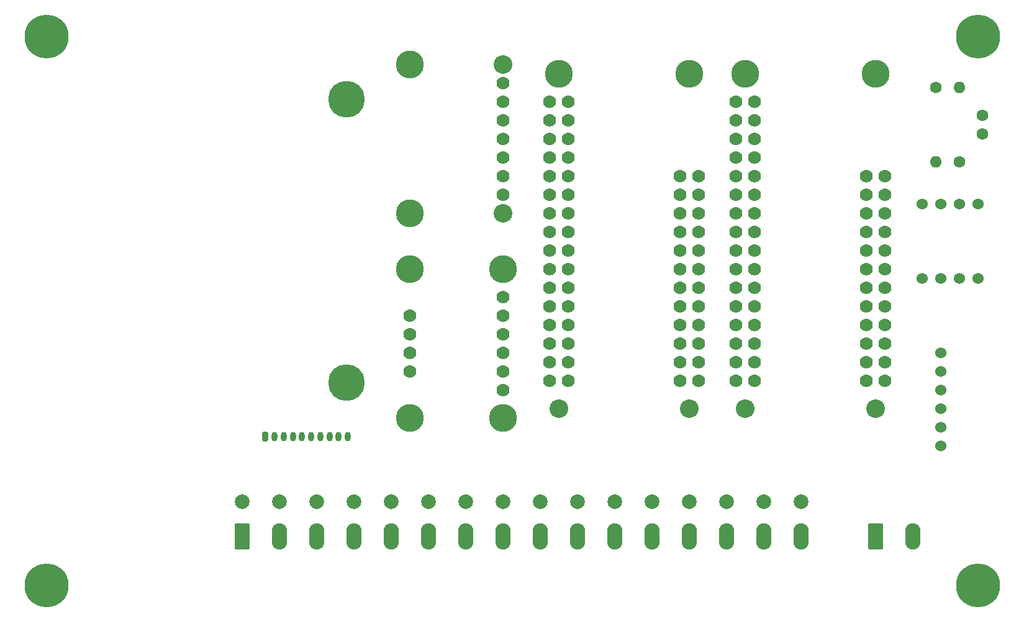
<source format=gbs>
G04 #@! TF.GenerationSoftware,KiCad,Pcbnew,(6.0.5-0)*
G04 #@! TF.CreationDate,2022-06-17T11:18:34-04:00*
G04 #@! TF.ProjectId,Cryologger AWS,4372796f-6c6f-4676-9765-72204157532e,rev?*
G04 #@! TF.SameCoordinates,Original*
G04 #@! TF.FileFunction,Soldermask,Bot*
G04 #@! TF.FilePolarity,Negative*
%FSLAX46Y46*%
G04 Gerber Fmt 4.6, Leading zero omitted, Abs format (unit mm)*
G04 Created by KiCad (PCBNEW (6.0.5-0)) date 2022-06-17 11:18:34*
%MOMM*%
%LPD*%
G01*
G04 APERTURE LIST*
G04 Aperture macros list*
%AMRoundRect*
0 Rectangle with rounded corners*
0 $1 Rounding radius*
0 $2 $3 $4 $5 $6 $7 $8 $9 X,Y pos of 4 corners*
0 Add a 4 corners polygon primitive as box body*
4,1,4,$2,$3,$4,$5,$6,$7,$8,$9,$2,$3,0*
0 Add four circle primitives for the rounded corners*
1,1,$1+$1,$2,$3*
1,1,$1+$1,$4,$5*
1,1,$1+$1,$6,$7*
1,1,$1+$1,$8,$9*
0 Add four rect primitives between the rounded corners*
20,1,$1+$1,$2,$3,$4,$5,0*
20,1,$1+$1,$4,$5,$6,$7,0*
20,1,$1+$1,$6,$7,$8,$9,0*
20,1,$1+$1,$8,$9,$2,$3,0*%
G04 Aperture macros list end*
%ADD10C,2.000000*%
%ADD11C,1.524000*%
%ADD12C,3.810000*%
%ADD13C,1.778000*%
%ADD14C,4.999990*%
%ADD15C,2.540000*%
%ADD16C,6.000000*%
%ADD17RoundRect,0.200000X-0.200000X-0.450000X0.200000X-0.450000X0.200000X0.450000X-0.200000X0.450000X0*%
%ADD18O,0.800000X1.300000*%
%ADD19C,1.600000*%
%ADD20O,1.600000X1.600000*%
%ADD21RoundRect,0.249999X-0.790001X-1.550001X0.790001X-1.550001X0.790001X1.550001X-0.790001X1.550001X0*%
%ADD22O,2.080000X3.600000*%
G04 APERTURE END LIST*
D10*
X118110000Y-124460000D03*
X123190000Y-124460000D03*
X128270000Y-124460000D03*
X133350000Y-124460000D03*
X138430000Y-124460000D03*
X143510000Y-124460000D03*
X148590000Y-124460000D03*
X153670000Y-124460000D03*
X158750000Y-124460000D03*
X163830000Y-124460000D03*
X168910000Y-124460000D03*
X173990000Y-124460000D03*
X179070000Y-124460000D03*
X184150000Y-124460000D03*
X189230000Y-124460000D03*
X194310000Y-124460000D03*
D11*
X213360000Y-116840000D03*
X213360000Y-111760000D03*
X213360000Y-114300000D03*
X213360000Y-109220000D03*
X213360000Y-106680000D03*
X213360000Y-104140000D03*
X218440000Y-93980000D03*
X215900000Y-93980000D03*
X213360000Y-93980000D03*
X210820000Y-93980000D03*
X210820000Y-83820000D03*
X213360000Y-83820000D03*
X215900000Y-83820000D03*
X218440000Y-83820000D03*
D12*
X140970000Y-113030000D03*
X140970000Y-92710000D03*
X153670000Y-113030000D03*
X153670000Y-92710000D03*
D13*
X153670000Y-109220000D03*
X153670000Y-106680000D03*
X153670000Y-104140000D03*
X153670000Y-101600000D03*
X153670000Y-99060000D03*
X153670000Y-96520000D03*
X140970000Y-106680000D03*
X140970000Y-104140000D03*
X140970000Y-101600000D03*
X140970000Y-99060000D03*
D14*
X132380000Y-108250000D03*
X132380000Y-69550000D03*
D13*
X153670000Y-67310000D03*
X153670000Y-69850000D03*
X153670000Y-72390000D03*
X153670000Y-74930000D03*
X153670000Y-77470000D03*
X153670000Y-80010000D03*
X153670000Y-82550000D03*
D15*
X153670000Y-85090000D03*
D12*
X140970000Y-64770000D03*
X140970000Y-85090000D03*
D15*
X153670000Y-64770000D03*
D16*
X91440000Y-60960000D03*
D13*
X177800000Y-107950000D03*
X180340000Y-107950000D03*
X177800000Y-105410000D03*
X180340000Y-105410000D03*
X180340000Y-102870000D03*
X177800000Y-102870000D03*
X177800000Y-100330000D03*
X180340000Y-100330000D03*
X180340000Y-97790000D03*
X177800000Y-97790000D03*
X180340000Y-95250000D03*
X177800000Y-95250000D03*
X177800000Y-92710000D03*
X180340000Y-92710000D03*
X177800000Y-90170000D03*
X180340000Y-90170000D03*
X180340000Y-87630000D03*
X177800000Y-87630000D03*
X180340000Y-85090000D03*
X177800000Y-85090000D03*
X180340000Y-82550000D03*
X177800000Y-82550000D03*
X180340000Y-80010000D03*
X177800000Y-80010000D03*
X160020000Y-107950000D03*
X162560000Y-107950000D03*
X160020000Y-105410000D03*
X162560000Y-105410000D03*
X160020000Y-102870000D03*
X162560000Y-102870000D03*
X162560000Y-100330000D03*
X160020000Y-100330000D03*
X162560000Y-97790000D03*
X160020000Y-97790000D03*
X162560000Y-95250000D03*
X160020000Y-95250000D03*
X160020000Y-92710000D03*
X162560000Y-92710000D03*
X162560000Y-90170000D03*
X160020000Y-90170000D03*
X162560000Y-87630000D03*
X160020000Y-87630000D03*
X162560000Y-85090000D03*
X160020000Y-85090000D03*
X160020000Y-82550000D03*
X162560000Y-82550000D03*
X162560000Y-80010000D03*
X160020000Y-80010000D03*
X162560000Y-77470000D03*
X160020000Y-77470000D03*
X160020000Y-74930000D03*
X162560000Y-74930000D03*
X162560000Y-72390000D03*
X160020000Y-72390000D03*
X162560000Y-69850000D03*
X160020000Y-69850000D03*
D15*
X161290000Y-111760000D03*
D12*
X179070000Y-66040000D03*
X161290000Y-66040000D03*
D15*
X179070000Y-111760000D03*
D16*
X218440000Y-135890000D03*
X218440000Y-60960000D03*
D13*
X203200000Y-107950000D03*
X205740000Y-107950000D03*
X203200000Y-105410000D03*
X205740000Y-105410000D03*
X203200000Y-102870000D03*
X205740000Y-102870000D03*
X205740000Y-100330000D03*
X203200000Y-100330000D03*
X203200000Y-97790000D03*
X205740000Y-97790000D03*
X205740000Y-95250000D03*
X203200000Y-95250000D03*
X203200000Y-92710000D03*
X205740000Y-92710000D03*
X203200000Y-90170000D03*
X205740000Y-90170000D03*
X205740000Y-87630000D03*
X203200000Y-87630000D03*
X205740000Y-85090000D03*
X203200000Y-85090000D03*
X203200000Y-82550000D03*
X205740000Y-82550000D03*
X203200000Y-80010000D03*
X205740000Y-80010000D03*
X185420000Y-107950000D03*
X187960000Y-107950000D03*
X185420000Y-105410000D03*
X187960000Y-105410000D03*
X185420000Y-102870000D03*
X187960000Y-102870000D03*
X185420000Y-100330000D03*
X187960000Y-100330000D03*
X187960000Y-97790000D03*
X185420000Y-97790000D03*
X187960000Y-95250000D03*
X185420000Y-95250000D03*
X185420000Y-92710000D03*
X187960000Y-92710000D03*
X185420000Y-90170000D03*
X187960000Y-90170000D03*
X185420000Y-87630000D03*
X187960000Y-87630000D03*
X187960000Y-85090000D03*
X185420000Y-85090000D03*
X187960000Y-82550000D03*
X185420000Y-82550000D03*
X187960000Y-80010000D03*
X185420000Y-80010000D03*
X187960000Y-77470000D03*
X185420000Y-77470000D03*
X187960000Y-74930000D03*
X185420000Y-74930000D03*
X185420000Y-72390000D03*
X187960000Y-72390000D03*
X185420000Y-69850000D03*
X187960000Y-69850000D03*
D12*
X204470000Y-66040000D03*
D15*
X204470000Y-111760000D03*
D12*
X186690000Y-66040000D03*
D15*
X186690000Y-111760000D03*
D17*
X121285000Y-115570000D03*
D18*
X122535000Y-115570000D03*
X123785000Y-115570000D03*
X125035000Y-115570000D03*
X126285000Y-115570000D03*
X127535000Y-115570000D03*
X128785000Y-115570000D03*
X130035000Y-115570000D03*
X131285000Y-115570000D03*
X132535000Y-115570000D03*
D16*
X91440000Y-135890000D03*
D19*
X215900000Y-78085000D03*
D20*
X215900000Y-67925000D03*
D19*
X219075000Y-71775000D03*
X219075000Y-74275000D03*
X212725000Y-67925000D03*
D20*
X212725000Y-78085000D03*
D21*
X204470000Y-129191500D03*
D22*
X209550000Y-129191500D03*
D21*
X118110000Y-129191500D03*
D22*
X123190000Y-129191500D03*
X128270000Y-129191500D03*
X133350000Y-129191500D03*
X138430000Y-129191500D03*
X143510000Y-129191500D03*
X148590000Y-129191500D03*
X153670000Y-129191500D03*
X158750000Y-129191500D03*
X163830000Y-129191500D03*
X168910000Y-129191500D03*
X173990000Y-129191500D03*
X179070000Y-129191500D03*
X184150000Y-129191500D03*
X189230000Y-129191500D03*
X194310000Y-129191500D03*
M02*

</source>
